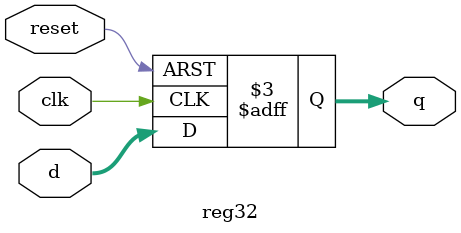
<source format=v>
module reg32 (
  input reset,  // active at low
  input clk,
  input [31:0] d,

  output reg [31:0] q
);

  always @(posedge clk or negedge reset) begin
    if (!reset)
      q = 32'h0001_0000;
    else 
      q = d;
  end 

endmodule
</source>
